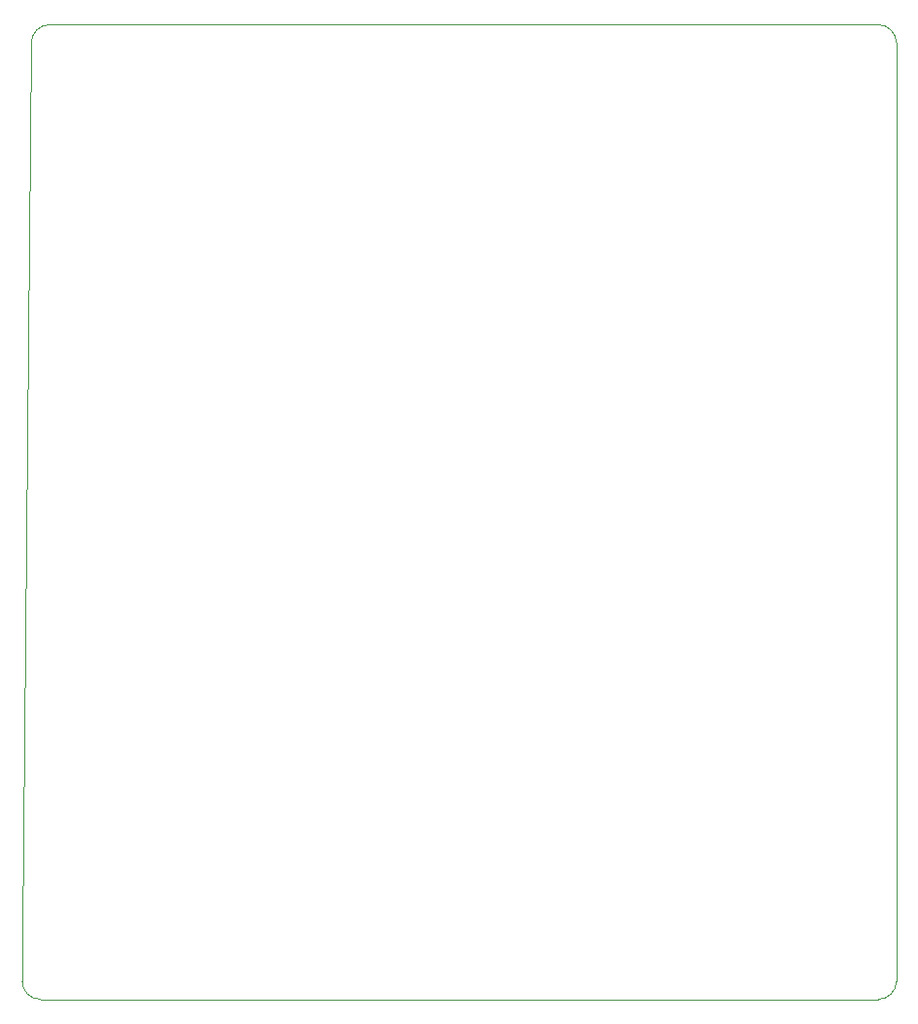
<source format=gm1>
G04 #@! TF.GenerationSoftware,KiCad,Pcbnew,(5.1.4)-1*
G04 #@! TF.CreationDate,2019-10-28T00:02:14+02:00*
G04 #@! TF.ProjectId,Macroboard,4d616372-6f62-46f6-9172-642e6b696361,rev?*
G04 #@! TF.SameCoordinates,Original*
G04 #@! TF.FileFunction,Profile,NP*
%FSLAX46Y46*%
G04 Gerber Fmt 4.6, Leading zero omitted, Abs format (unit mm)*
G04 Created by KiCad (PCBNEW (5.1.4)-1) date 2019-10-28 00:02:14*
%MOMM*%
%LPD*%
G04 APERTURE LIST*
%ADD10C,0.050000*%
G04 APERTURE END LIST*
D10*
X200025000Y-146843750D02*
X200025000Y-143668750D01*
X276225000Y-146843750D02*
X276225000Y-143668750D01*
X274637500Y-63500000D02*
X271462500Y-63500000D01*
X204787500Y-63500000D02*
X202406250Y-63500000D01*
X274637500Y-148431250D02*
X271462500Y-148431250D01*
X203993750Y-148431250D02*
X201612500Y-148431250D01*
X276225000Y-143668750D02*
X276225000Y-65087500D01*
X203993750Y-148431250D02*
X271462500Y-148431250D01*
X200818750Y-65087500D02*
X200025000Y-142875000D01*
X271462500Y-63500000D02*
X204787500Y-63500000D01*
X200025000Y-143668750D02*
X200025000Y-142875000D01*
X276225000Y-146843750D02*
G75*
G02X274637500Y-148431250I-1587500J0D01*
G01*
X201612500Y-148431250D02*
G75*
G02X200025000Y-146843750I0J1587500D01*
G01*
X274637500Y-63500000D02*
G75*
G02X276225000Y-65087500I0J-1587500D01*
G01*
X200818750Y-65087500D02*
G75*
G02X202406250Y-63500000I1587500J0D01*
G01*
M02*

</source>
